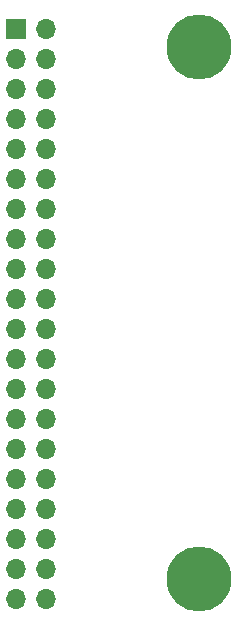
<source format=gbr>
%TF.GenerationSoftware,KiCad,Pcbnew,5.1.6*%
%TF.CreationDate,2020-06-27T21:13:43+02:00*%
%TF.ProjectId,hw,68772e6b-6963-4616-945f-706362585858,rev?*%
%TF.SameCoordinates,PX197b21e0PYf0cd820*%
%TF.FileFunction,Copper,L2,Bot*%
%TF.FilePolarity,Positive*%
%FSLAX46Y46*%
G04 Gerber Fmt 4.6, Leading zero omitted, Abs format (unit mm)*
G04 Created by KiCad (PCBNEW 5.1.6) date 2020-06-27 21:13:43*
%MOMM*%
%LPD*%
G01*
G04 APERTURE LIST*
%TA.AperFunction,ComponentPad*%
%ADD10C,5.500000*%
%TD*%
%TA.AperFunction,ComponentPad*%
%ADD11O,1.700000X1.700000*%
%TD*%
%TA.AperFunction,ComponentPad*%
%ADD12R,1.700000X1.700000*%
%TD*%
G04 APERTURE END LIST*
D10*
%TO.P,H2,1*%
%TO.N,Net-(H2-Pad1)*%
X15500000Y-46500000D03*
%TD*%
%TO.P,H1,1*%
%TO.N,Net-(H1-Pad1)*%
X15500000Y-1500000D03*
%TD*%
D11*
%TO.P,J2,40*%
%TO.N,Net-(J1-Pad1)*%
X2540000Y-48260000D03*
%TO.P,J2,39*%
%TO.N,Net-(J1-Pad2)*%
X0Y-48260000D03*
%TO.P,J2,38*%
%TO.N,Net-(J1-Pad3)*%
X2540000Y-45720000D03*
%TO.P,J2,37*%
%TO.N,Net-(J1-Pad4)*%
X0Y-45720000D03*
%TO.P,J2,36*%
%TO.N,Net-(J1-Pad5)*%
X2540000Y-43180000D03*
%TO.P,J2,35*%
%TO.N,Net-(J1-Pad6)*%
X0Y-43180000D03*
%TO.P,J2,34*%
%TO.N,Net-(J1-Pad7)*%
X2540000Y-40640000D03*
%TO.P,J2,33*%
%TO.N,Net-(J1-Pad8)*%
X0Y-40640000D03*
%TO.P,J2,32*%
%TO.N,Net-(J1-Pad9)*%
X2540000Y-38100000D03*
%TO.P,J2,31*%
%TO.N,Net-(J1-Pad10)*%
X0Y-38100000D03*
%TO.P,J2,30*%
%TO.N,Net-(J1-Pad11)*%
X2540000Y-35560000D03*
%TO.P,J2,29*%
%TO.N,Net-(J1-Pad12)*%
X0Y-35560000D03*
%TO.P,J2,28*%
%TO.N,Net-(J1-Pad13)*%
X2540000Y-33020000D03*
%TO.P,J2,27*%
%TO.N,Net-(J1-Pad14)*%
X0Y-33020000D03*
%TO.P,J2,26*%
%TO.N,Net-(J1-Pad15)*%
X2540000Y-30480000D03*
%TO.P,J2,25*%
%TO.N,Net-(J1-Pad16)*%
X0Y-30480000D03*
%TO.P,J2,24*%
%TO.N,Net-(J1-Pad17)*%
X2540000Y-27940000D03*
%TO.P,J2,23*%
%TO.N,Net-(J1-Pad18)*%
X0Y-27940000D03*
%TO.P,J2,22*%
%TO.N,Net-(J1-Pad19)*%
X2540000Y-25400000D03*
%TO.P,J2,21*%
%TO.N,Net-(J1-Pad20)*%
X0Y-25400000D03*
%TO.P,J2,20*%
%TO.N,Net-(J1-Pad21)*%
X2540000Y-22860000D03*
%TO.P,J2,19*%
%TO.N,Net-(J1-Pad22)*%
X0Y-22860000D03*
%TO.P,J2,18*%
%TO.N,Net-(J1-Pad23)*%
X2540000Y-20320000D03*
%TO.P,J2,17*%
%TO.N,Net-(J1-Pad24)*%
X0Y-20320000D03*
%TO.P,J2,16*%
%TO.N,Net-(J1-Pad25)*%
X2540000Y-17780000D03*
%TO.P,J2,15*%
%TO.N,Net-(J1-Pad26)*%
X0Y-17780000D03*
%TO.P,J2,14*%
%TO.N,Net-(J1-Pad27)*%
X2540000Y-15240000D03*
%TO.P,J2,13*%
%TO.N,Net-(J1-Pad28)*%
X0Y-15240000D03*
%TO.P,J2,12*%
%TO.N,Net-(J1-Pad29)*%
X2540000Y-12700000D03*
%TO.P,J2,11*%
%TO.N,Net-(J1-Pad30)*%
X0Y-12700000D03*
%TO.P,J2,10*%
%TO.N,Net-(J1-Pad31)*%
X2540000Y-10160000D03*
%TO.P,J2,9*%
%TO.N,Net-(J1-Pad32)*%
X0Y-10160000D03*
%TO.P,J2,8*%
%TO.N,Net-(J1-Pad33)*%
X2540000Y-7620000D03*
%TO.P,J2,7*%
%TO.N,Net-(J1-Pad34)*%
X0Y-7620000D03*
%TO.P,J2,6*%
%TO.N,Net-(J1-Pad35)*%
X2540000Y-5080000D03*
%TO.P,J2,5*%
%TO.N,Net-(J1-Pad36)*%
X0Y-5080000D03*
%TO.P,J2,4*%
%TO.N,Net-(J1-Pad37)*%
X2540000Y-2540000D03*
%TO.P,J2,3*%
%TO.N,Net-(J1-Pad38)*%
X0Y-2540000D03*
%TO.P,J2,2*%
%TO.N,Net-(J1-Pad39)*%
X2540000Y0D03*
D12*
%TO.P,J2,1*%
%TO.N,Net-(J1-Pad40)*%
X0Y0D03*
%TD*%
M02*

</source>
